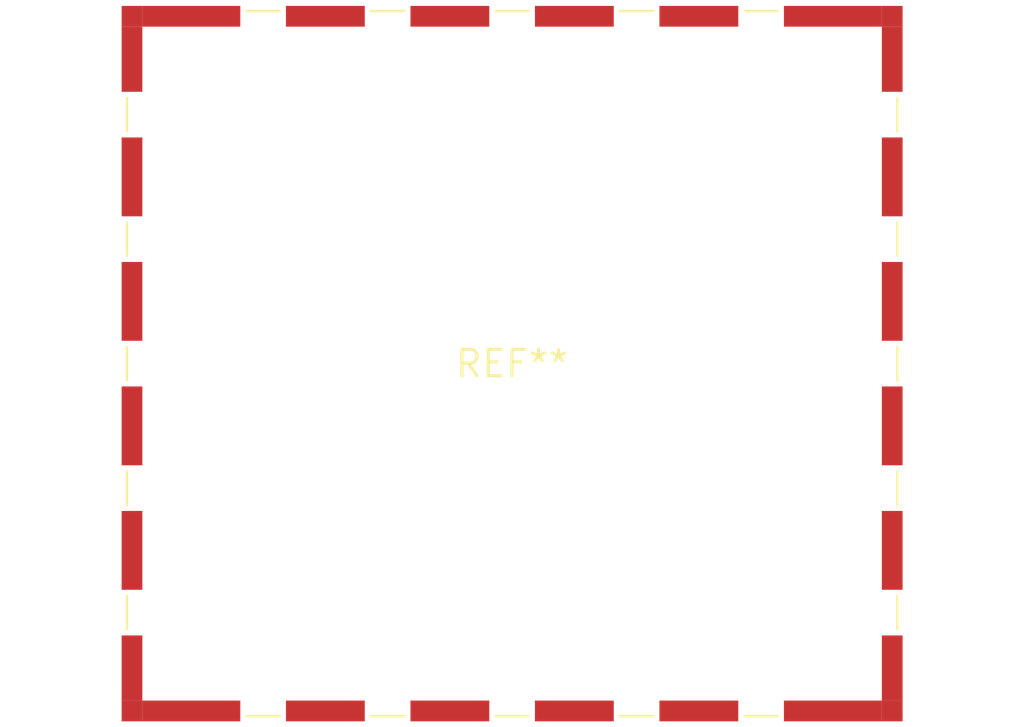
<source format=kicad_pcb>
(kicad_pcb (version 20240108) (generator pcbnew)
  (layers (0 "F.Cu" signal) (31 "B.Cu" signal) (34 "B.Paste" user) (35 "F.Paste" user) (36 "B.SilkS" user "B.Silkscreen") (37 "F.SilkS" user "F.Silkscreen") (38 "B.Mask" user) (39 "F.Mask" user) (44 "Edge.Cuts" user))
  (net 0 "")
  (footprint "Laird_Technologies_BMI-S-206-F_36.83x33.68mm" (layer "F.Cu") (at 0 0)
    (property "Reference" "REF**")
    (property "Value" "Laird_Technologies_BMI-S-206-F_36.83x33.68mm")
    (fp_line (start -18.565 -12.8) (end -18.565 -11.2) (layer "F.SilkS") (stroke (width 0.12)))
    (fp_line (start -18.565 -6.8) (end -18.565 -5.2) (layer "F.SilkS") (stroke (width 0.12)))
    (fp_line (start -18.565 -0.8) (end -18.565 0.8) (layer "F.SilkS") (stroke (width 0.12)))
    (fp_line (start -18.565 5.2) (end -18.565 6.8) (layer "F.SilkS") (stroke (width 0.12)))
    (fp_line (start -18.565 11.2) (end -18.565 12.8) (layer "F.SilkS") (stroke (width 0.12)))
    (fp_line (start -12.8 -16.99) (end -11.2 -16.99) (layer "F.SilkS") (stroke (width 0.12)))
    (fp_line (start -12.8 16.99) (end -11.2 16.99) (layer "F.SilkS") (stroke (width 0.12)))
    (fp_line (start -6.8 -16.99) (end -5.2 -16.99) (layer "F.SilkS") (stroke (width 0.12)))
    (fp_line (start -6.8 16.99) (end -5.2 16.99) (layer "F.SilkS") (stroke (width 0.12)))
    (fp_line (start -0.8 -16.99) (end 0.8 -16.99) (layer "F.SilkS") (stroke (width 0.12)))
    (fp_line (start -0.8 16.99) (end 0.8 16.99) (layer "F.SilkS") (stroke (width 0.12)))
    (fp_line (start 5.2 -16.99) (end 6.8 -16.99) (layer "F.SilkS") (stroke (width 0.12)))
    (fp_line (start 5.2 16.99) (end 6.8 16.99) (layer "F.SilkS") (stroke (width 0.12)))
    (fp_line (start 11.2 -16.99) (end 12.8 -16.99) (layer "F.SilkS") (stroke (width 0.12)))
    (fp_line (start 11.2 16.99) (end 12.8 16.99) (layer "F.SilkS") (stroke (width 0.12)))
    (fp_line (start 18.565 -12.8) (end 18.565 -11.2) (layer "F.SilkS") (stroke (width 0.12)))
    (fp_line (start 18.565 -6.8) (end 18.565 -5.2) (layer "F.SilkS") (stroke (width 0.12)))
    (fp_line (start 18.565 -0.8) (end 18.565 0.8) (layer "F.SilkS") (stroke (width 0.12)))
    (fp_line (start 18.565 5.2) (end 18.565 6.8) (layer "F.SilkS") (stroke (width 0.12)))
    (fp_line (start 18.565 11.2) (end 18.565 12.8) (layer "F.SilkS") (stroke (width 0.12)))
    (pad "1" smd rect (at -18.32 -16.74) (size 1 1) (layers "F.Cu" "F.Paste" "F.Mask"))
    (pad "1" smd rect (at -18.32 -14.67) (size 1 3.14) (layers "F.Cu" "F.Paste" "F.Mask"))
    (pad "1" smd rect (at -18.32 -9) (size 1 3.8) (layers "F.Cu" "F.Paste" "F.Mask"))
    (pad "1" smd rect (at -18.32 -3) (size 1 3.8) (layers "F.Cu" "F.Paste" "F.Mask"))
    (pad "1" smd rect (at -18.32 3) (size 1 3.8) (layers "F.Cu" "F.Paste" "F.Mask"))
    (pad "1" smd rect (at -18.32 9) (size 1 3.8) (layers "F.Cu" "F.Paste" "F.Mask"))
    (pad "1" smd rect (at -18.32 14.67) (size 1 3.14) (layers "F.Cu" "F.Paste" "F.Mask"))
    (pad "1" smd rect (at -18.32 16.74) (size 1 1) (layers "F.Cu" "F.Paste" "F.Mask"))
    (pad "1" smd rect (at -15.46 -16.74) (size 4.72 1) (layers "F.Cu" "F.Paste" "F.Mask"))
    (pad "1" smd rect (at -15.46 16.74) (size 4.72 1) (layers "F.Cu" "F.Paste" "F.Mask"))
    (pad "1" smd rect (at -9 -16.74) (size 3.8 1) (layers "F.Cu" "F.Paste" "F.Mask"))
    (pad "1" smd rect (at -9 16.74) (size 3.8 1) (layers "F.Cu" "F.Paste" "F.Mask"))
    (pad "1" smd rect (at -3 -16.74) (size 3.8 1) (layers "F.Cu" "F.Paste" "F.Mask"))
    (pad "1" smd rect (at -3 16.74) (size 3.8 1) (layers "F.Cu" "F.Paste" "F.Mask"))
    (pad "1" smd rect (at 3 -16.74) (size 3.8 1) (layers "F.Cu" "F.Paste" "F.Mask"))
    (pad "1" smd rect (at 3 16.74) (size 3.8 1) (layers "F.Cu" "F.Paste" "F.Mask"))
    (pad "1" smd rect (at 9 -16.74) (size 3.8 1) (layers "F.Cu" "F.Paste" "F.Mask"))
    (pad "1" smd rect (at 9 16.74) (size 3.8 1) (layers "F.Cu" "F.Paste" "F.Mask"))
    (pad "1" smd rect (at 15.46 -16.74) (size 4.72 1) (layers "F.Cu" "F.Paste" "F.Mask"))
    (pad "1" smd rect (at 15.46 16.74) (size 4.72 1) (layers "F.Cu" "F.Paste" "F.Mask"))
    (pad "1" smd rect (at 18.32 -16.74) (size 1 1) (layers "F.Cu" "F.Paste" "F.Mask"))
    (pad "1" smd rect (at 18.32 -14.67) (size 1 3.14) (layers "F.Cu" "F.Paste" "F.Mask"))
    (pad "1" smd rect (at 18.32 -9) (size 1 3.8) (layers "F.Cu" "F.Paste" "F.Mask"))
    (pad "1" smd rect (at 18.32 -3) (size 1 3.8) (layers "F.Cu" "F.Paste" "F.Mask"))
    (pad "1" smd rect (at 18.32 3) (size 1 3.8) (layers "F.Cu" "F.Paste" "F.Mask"))
    (pad "1" smd rect (at 18.32 9) (size 1 3.8) (layers "F.Cu" "F.Paste" "F.Mask"))
    (pad "1" smd rect (at 18.32 14.67) (size 1 3.14) (layers "F.Cu" "F.Paste" "F.Mask"))
    (pad "1" smd rect (at 18.32 16.74) (size 1 1) (layers "F.Cu" "F.Paste" "F.Mask"))
  )
)
</source>
